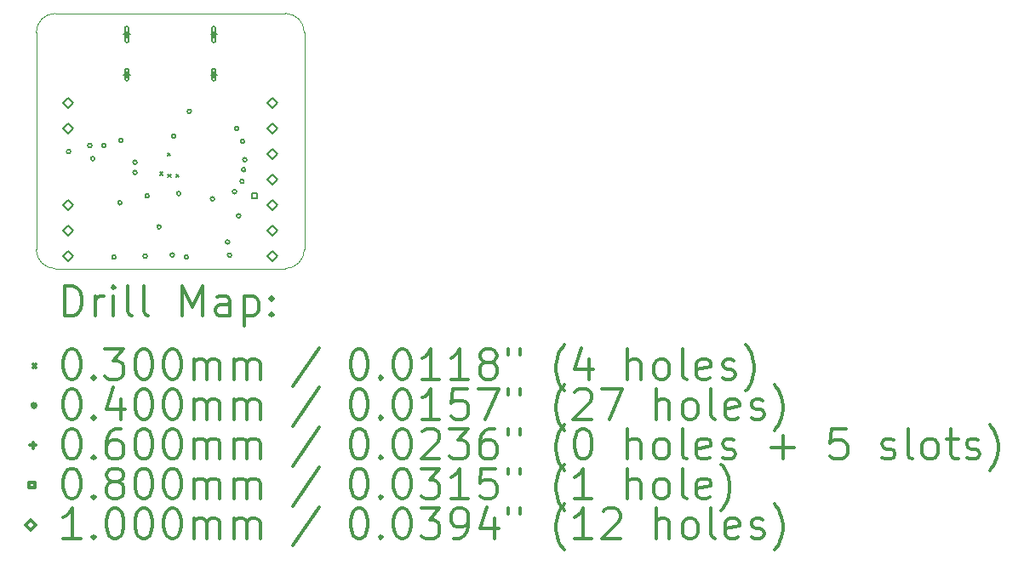
<source format=gbr>
%FSLAX45Y45*%
G04 Gerber Fmt 4.5, Leading zero omitted, Abs format (unit mm)*
G04 Created by KiCad (PCBNEW (5.1.10)-1) date 2021-12-10 13:26:10*
%MOMM*%
%LPD*%
G01*
G04 APERTURE LIST*
%TA.AperFunction,Profile*%
%ADD10C,0.050000*%
%TD*%
%TA.AperFunction,Profile*%
%ADD11C,0.120000*%
%TD*%
%ADD12C,0.200000*%
%ADD13C,0.300000*%
G04 APERTURE END LIST*
D10*
X7937500Y-11874500D02*
X7937500Y-9715500D01*
X10604500Y-9715500D02*
X10604500Y-11874500D01*
X10414000Y-9525000D02*
G75*
G02*
X10604500Y-9715500I0J-190500D01*
G01*
X7937500Y-9715500D02*
G75*
G02*
X8128000Y-9525000I190500J0D01*
G01*
X8128000Y-12065000D02*
G75*
G02*
X7937500Y-11874500I0J190500D01*
G01*
D11*
X10604500Y-11874500D02*
G75*
G02*
X10414000Y-12065000I-190500J0D01*
G01*
D10*
X10414000Y-12065000D02*
X8128000Y-12065000D01*
X8128000Y-9525000D02*
X10414000Y-9525000D01*
D12*
X9168078Y-11103022D02*
X9198078Y-11133022D01*
X9198078Y-11103022D02*
X9168078Y-11133022D01*
X9243379Y-10912876D02*
X9273379Y-10942876D01*
X9273379Y-10912876D02*
X9243379Y-10942876D01*
X9245000Y-11125000D02*
X9275000Y-11155000D01*
X9275000Y-11125000D02*
X9245000Y-11155000D01*
X9326163Y-11125156D02*
X9356163Y-11155156D01*
X9356163Y-11125156D02*
X9326163Y-11155156D01*
X8280000Y-10900000D02*
G75*
G03*
X8280000Y-10900000I-20000J0D01*
G01*
X8490000Y-10840000D02*
G75*
G03*
X8490000Y-10840000I-20000J0D01*
G01*
X8520000Y-10970000D02*
G75*
G03*
X8520000Y-10970000I-20000J0D01*
G01*
X8630000Y-10840000D02*
G75*
G03*
X8630000Y-10840000I-20000J0D01*
G01*
X8730000Y-11950000D02*
G75*
G03*
X8730000Y-11950000I-20000J0D01*
G01*
X8790000Y-11410000D02*
G75*
G03*
X8790000Y-11410000I-20000J0D01*
G01*
X8800000Y-10790000D02*
G75*
G03*
X8800000Y-10790000I-20000J0D01*
G01*
X8939791Y-11107249D02*
G75*
G03*
X8939791Y-11107249I-20000J0D01*
G01*
X8940031Y-11007249D02*
G75*
G03*
X8940031Y-11007249I-20000J0D01*
G01*
X9040000Y-11940000D02*
G75*
G03*
X9040000Y-11940000I-20000J0D01*
G01*
X9060000Y-11340000D02*
G75*
G03*
X9060000Y-11340000I-20000J0D01*
G01*
X9180000Y-11650000D02*
G75*
G03*
X9180000Y-11650000I-20000J0D01*
G01*
X9310000Y-11930000D02*
G75*
G03*
X9310000Y-11930000I-20000J0D01*
G01*
X9323984Y-10748661D02*
G75*
G03*
X9323984Y-10748661I-20000J0D01*
G01*
X9374543Y-11317599D02*
G75*
G03*
X9374543Y-11317599I-20000J0D01*
G01*
X9450000Y-11950000D02*
G75*
G03*
X9450000Y-11950000I-20000J0D01*
G01*
X9480000Y-10500000D02*
G75*
G03*
X9480000Y-10500000I-20000J0D01*
G01*
X9710000Y-11370000D02*
G75*
G03*
X9710000Y-11370000I-20000J0D01*
G01*
X9860000Y-11800000D02*
G75*
G03*
X9860000Y-11800000I-20000J0D01*
G01*
X9880945Y-11930945D02*
G75*
G03*
X9880945Y-11930945I-20000J0D01*
G01*
X9929999Y-11300000D02*
G75*
G03*
X9929999Y-11300000I-20000J0D01*
G01*
X9950000Y-10670000D02*
G75*
G03*
X9950000Y-10670000I-20000J0D01*
G01*
X9970000Y-11540000D02*
G75*
G03*
X9970000Y-11540000I-20000J0D01*
G01*
X10004484Y-11196132D02*
G75*
G03*
X10004484Y-11196132I-20000J0D01*
G01*
X10010000Y-10800000D02*
G75*
G03*
X10010000Y-10800000I-20000J0D01*
G01*
X10020000Y-11080000D02*
G75*
G03*
X10020000Y-11080000I-20000J0D01*
G01*
X10032261Y-10980753D02*
G75*
G03*
X10032261Y-10980753I-20000J0D01*
G01*
X8839000Y-9705000D02*
X8839000Y-9765000D01*
X8809000Y-9735000D02*
X8869000Y-9735000D01*
X8859000Y-9795000D02*
X8859000Y-9675000D01*
X8819000Y-9795000D02*
X8819000Y-9675000D01*
X8859000Y-9675000D02*
G75*
G03*
X8819000Y-9675000I-20000J0D01*
G01*
X8819000Y-9795000D02*
G75*
G03*
X8859000Y-9795000I20000J0D01*
G01*
X8839000Y-10105000D02*
X8839000Y-10165000D01*
X8809000Y-10135000D02*
X8869000Y-10135000D01*
X8859000Y-10175000D02*
X8859000Y-10095000D01*
X8819000Y-10175000D02*
X8819000Y-10095000D01*
X8859000Y-10095000D02*
G75*
G03*
X8819000Y-10095000I-20000J0D01*
G01*
X8819000Y-10175000D02*
G75*
G03*
X8859000Y-10175000I20000J0D01*
G01*
X8839000Y-10105000D02*
X8839000Y-10165000D01*
X8809000Y-10135000D02*
X8869000Y-10135000D01*
X8859000Y-10175000D02*
X8859000Y-10095000D01*
X8819000Y-10175000D02*
X8819000Y-10095000D01*
X8859000Y-10095000D02*
G75*
G03*
X8819000Y-10095000I-20000J0D01*
G01*
X8819000Y-10175000D02*
G75*
G03*
X8859000Y-10175000I20000J0D01*
G01*
X9703000Y-9705000D02*
X9703000Y-9765000D01*
X9673000Y-9735000D02*
X9733000Y-9735000D01*
X9723000Y-9795000D02*
X9723000Y-9675000D01*
X9683000Y-9795000D02*
X9683000Y-9675000D01*
X9723000Y-9675000D02*
G75*
G03*
X9683000Y-9675000I-20000J0D01*
G01*
X9683000Y-9795000D02*
G75*
G03*
X9723000Y-9795000I20000J0D01*
G01*
X9703000Y-10105000D02*
X9703000Y-10165000D01*
X9673000Y-10135000D02*
X9733000Y-10135000D01*
X9723000Y-10175000D02*
X9723000Y-10095000D01*
X9683000Y-10175000D02*
X9683000Y-10095000D01*
X9723000Y-10095000D02*
G75*
G03*
X9683000Y-10095000I-20000J0D01*
G01*
X9683000Y-10175000D02*
G75*
G03*
X9723000Y-10175000I20000J0D01*
G01*
X10138285Y-11368284D02*
X10138285Y-11311715D01*
X10081716Y-11311715D01*
X10081716Y-11368284D01*
X10138285Y-11368284D01*
X8255000Y-10464000D02*
X8305000Y-10414000D01*
X8255000Y-10364000D01*
X8205000Y-10414000D01*
X8255000Y-10464000D01*
X8255000Y-10718000D02*
X8305000Y-10668000D01*
X8255000Y-10618000D01*
X8205000Y-10668000D01*
X8255000Y-10718000D01*
X8255000Y-11480000D02*
X8305000Y-11430000D01*
X8255000Y-11380000D01*
X8205000Y-11430000D01*
X8255000Y-11480000D01*
X8255000Y-11734000D02*
X8305000Y-11684000D01*
X8255000Y-11634000D01*
X8205000Y-11684000D01*
X8255000Y-11734000D01*
X8255000Y-11988000D02*
X8305000Y-11938000D01*
X8255000Y-11888000D01*
X8205000Y-11938000D01*
X8255000Y-11988000D01*
X10287000Y-10464000D02*
X10337000Y-10414000D01*
X10287000Y-10364000D01*
X10237000Y-10414000D01*
X10287000Y-10464000D01*
X10287000Y-10718000D02*
X10337000Y-10668000D01*
X10287000Y-10618000D01*
X10237000Y-10668000D01*
X10287000Y-10718000D01*
X10287000Y-10972000D02*
X10337000Y-10922000D01*
X10287000Y-10872000D01*
X10237000Y-10922000D01*
X10287000Y-10972000D01*
X10287000Y-11226000D02*
X10337000Y-11176000D01*
X10287000Y-11126000D01*
X10237000Y-11176000D01*
X10287000Y-11226000D01*
X10287000Y-11480000D02*
X10337000Y-11430000D01*
X10287000Y-11380000D01*
X10237000Y-11430000D01*
X10287000Y-11480000D01*
X10287000Y-11734000D02*
X10337000Y-11684000D01*
X10287000Y-11634000D01*
X10237000Y-11684000D01*
X10287000Y-11734000D01*
X10287000Y-11988000D02*
X10337000Y-11938000D01*
X10287000Y-11888000D01*
X10237000Y-11938000D01*
X10287000Y-11988000D01*
D13*
X8221428Y-12536714D02*
X8221428Y-12236714D01*
X8292857Y-12236714D01*
X8335714Y-12251000D01*
X8364286Y-12279571D01*
X8378571Y-12308143D01*
X8392857Y-12365286D01*
X8392857Y-12408143D01*
X8378571Y-12465286D01*
X8364286Y-12493857D01*
X8335714Y-12522429D01*
X8292857Y-12536714D01*
X8221428Y-12536714D01*
X8521428Y-12536714D02*
X8521428Y-12336714D01*
X8521428Y-12393857D02*
X8535714Y-12365286D01*
X8550000Y-12351000D01*
X8578571Y-12336714D01*
X8607143Y-12336714D01*
X8707143Y-12536714D02*
X8707143Y-12336714D01*
X8707143Y-12236714D02*
X8692857Y-12251000D01*
X8707143Y-12265286D01*
X8721428Y-12251000D01*
X8707143Y-12236714D01*
X8707143Y-12265286D01*
X8892857Y-12536714D02*
X8864286Y-12522429D01*
X8850000Y-12493857D01*
X8850000Y-12236714D01*
X9050000Y-12536714D02*
X9021428Y-12522429D01*
X9007143Y-12493857D01*
X9007143Y-12236714D01*
X9392857Y-12536714D02*
X9392857Y-12236714D01*
X9492857Y-12451000D01*
X9592857Y-12236714D01*
X9592857Y-12536714D01*
X9864286Y-12536714D02*
X9864286Y-12379571D01*
X9850000Y-12351000D01*
X9821428Y-12336714D01*
X9764286Y-12336714D01*
X9735714Y-12351000D01*
X9864286Y-12522429D02*
X9835714Y-12536714D01*
X9764286Y-12536714D01*
X9735714Y-12522429D01*
X9721428Y-12493857D01*
X9721428Y-12465286D01*
X9735714Y-12436714D01*
X9764286Y-12422429D01*
X9835714Y-12422429D01*
X9864286Y-12408143D01*
X10007143Y-12336714D02*
X10007143Y-12636714D01*
X10007143Y-12351000D02*
X10035714Y-12336714D01*
X10092857Y-12336714D01*
X10121428Y-12351000D01*
X10135714Y-12365286D01*
X10150000Y-12393857D01*
X10150000Y-12479571D01*
X10135714Y-12508143D01*
X10121428Y-12522429D01*
X10092857Y-12536714D01*
X10035714Y-12536714D01*
X10007143Y-12522429D01*
X10278571Y-12508143D02*
X10292857Y-12522429D01*
X10278571Y-12536714D01*
X10264286Y-12522429D01*
X10278571Y-12508143D01*
X10278571Y-12536714D01*
X10278571Y-12351000D02*
X10292857Y-12365286D01*
X10278571Y-12379571D01*
X10264286Y-12365286D01*
X10278571Y-12351000D01*
X10278571Y-12379571D01*
X7905000Y-13016000D02*
X7935000Y-13046000D01*
X7935000Y-13016000D02*
X7905000Y-13046000D01*
X8278571Y-12866714D02*
X8307143Y-12866714D01*
X8335714Y-12881000D01*
X8350000Y-12895286D01*
X8364286Y-12923857D01*
X8378571Y-12981000D01*
X8378571Y-13052429D01*
X8364286Y-13109571D01*
X8350000Y-13138143D01*
X8335714Y-13152429D01*
X8307143Y-13166714D01*
X8278571Y-13166714D01*
X8250000Y-13152429D01*
X8235714Y-13138143D01*
X8221428Y-13109571D01*
X8207143Y-13052429D01*
X8207143Y-12981000D01*
X8221428Y-12923857D01*
X8235714Y-12895286D01*
X8250000Y-12881000D01*
X8278571Y-12866714D01*
X8507143Y-13138143D02*
X8521428Y-13152429D01*
X8507143Y-13166714D01*
X8492857Y-13152429D01*
X8507143Y-13138143D01*
X8507143Y-13166714D01*
X8621428Y-12866714D02*
X8807143Y-12866714D01*
X8707143Y-12981000D01*
X8750000Y-12981000D01*
X8778571Y-12995286D01*
X8792857Y-13009571D01*
X8807143Y-13038143D01*
X8807143Y-13109571D01*
X8792857Y-13138143D01*
X8778571Y-13152429D01*
X8750000Y-13166714D01*
X8664286Y-13166714D01*
X8635714Y-13152429D01*
X8621428Y-13138143D01*
X8992857Y-12866714D02*
X9021428Y-12866714D01*
X9050000Y-12881000D01*
X9064286Y-12895286D01*
X9078571Y-12923857D01*
X9092857Y-12981000D01*
X9092857Y-13052429D01*
X9078571Y-13109571D01*
X9064286Y-13138143D01*
X9050000Y-13152429D01*
X9021428Y-13166714D01*
X8992857Y-13166714D01*
X8964286Y-13152429D01*
X8950000Y-13138143D01*
X8935714Y-13109571D01*
X8921428Y-13052429D01*
X8921428Y-12981000D01*
X8935714Y-12923857D01*
X8950000Y-12895286D01*
X8964286Y-12881000D01*
X8992857Y-12866714D01*
X9278571Y-12866714D02*
X9307143Y-12866714D01*
X9335714Y-12881000D01*
X9350000Y-12895286D01*
X9364286Y-12923857D01*
X9378571Y-12981000D01*
X9378571Y-13052429D01*
X9364286Y-13109571D01*
X9350000Y-13138143D01*
X9335714Y-13152429D01*
X9307143Y-13166714D01*
X9278571Y-13166714D01*
X9250000Y-13152429D01*
X9235714Y-13138143D01*
X9221428Y-13109571D01*
X9207143Y-13052429D01*
X9207143Y-12981000D01*
X9221428Y-12923857D01*
X9235714Y-12895286D01*
X9250000Y-12881000D01*
X9278571Y-12866714D01*
X9507143Y-13166714D02*
X9507143Y-12966714D01*
X9507143Y-12995286D02*
X9521428Y-12981000D01*
X9550000Y-12966714D01*
X9592857Y-12966714D01*
X9621428Y-12981000D01*
X9635714Y-13009571D01*
X9635714Y-13166714D01*
X9635714Y-13009571D02*
X9650000Y-12981000D01*
X9678571Y-12966714D01*
X9721428Y-12966714D01*
X9750000Y-12981000D01*
X9764286Y-13009571D01*
X9764286Y-13166714D01*
X9907143Y-13166714D02*
X9907143Y-12966714D01*
X9907143Y-12995286D02*
X9921428Y-12981000D01*
X9950000Y-12966714D01*
X9992857Y-12966714D01*
X10021428Y-12981000D01*
X10035714Y-13009571D01*
X10035714Y-13166714D01*
X10035714Y-13009571D02*
X10050000Y-12981000D01*
X10078571Y-12966714D01*
X10121428Y-12966714D01*
X10150000Y-12981000D01*
X10164286Y-13009571D01*
X10164286Y-13166714D01*
X10750000Y-12852429D02*
X10492857Y-13238143D01*
X11135714Y-12866714D02*
X11164286Y-12866714D01*
X11192857Y-12881000D01*
X11207143Y-12895286D01*
X11221428Y-12923857D01*
X11235714Y-12981000D01*
X11235714Y-13052429D01*
X11221428Y-13109571D01*
X11207143Y-13138143D01*
X11192857Y-13152429D01*
X11164286Y-13166714D01*
X11135714Y-13166714D01*
X11107143Y-13152429D01*
X11092857Y-13138143D01*
X11078571Y-13109571D01*
X11064286Y-13052429D01*
X11064286Y-12981000D01*
X11078571Y-12923857D01*
X11092857Y-12895286D01*
X11107143Y-12881000D01*
X11135714Y-12866714D01*
X11364286Y-13138143D02*
X11378571Y-13152429D01*
X11364286Y-13166714D01*
X11350000Y-13152429D01*
X11364286Y-13138143D01*
X11364286Y-13166714D01*
X11564286Y-12866714D02*
X11592857Y-12866714D01*
X11621428Y-12881000D01*
X11635714Y-12895286D01*
X11650000Y-12923857D01*
X11664286Y-12981000D01*
X11664286Y-13052429D01*
X11650000Y-13109571D01*
X11635714Y-13138143D01*
X11621428Y-13152429D01*
X11592857Y-13166714D01*
X11564286Y-13166714D01*
X11535714Y-13152429D01*
X11521428Y-13138143D01*
X11507143Y-13109571D01*
X11492857Y-13052429D01*
X11492857Y-12981000D01*
X11507143Y-12923857D01*
X11521428Y-12895286D01*
X11535714Y-12881000D01*
X11564286Y-12866714D01*
X11950000Y-13166714D02*
X11778571Y-13166714D01*
X11864286Y-13166714D02*
X11864286Y-12866714D01*
X11835714Y-12909571D01*
X11807143Y-12938143D01*
X11778571Y-12952429D01*
X12235714Y-13166714D02*
X12064286Y-13166714D01*
X12150000Y-13166714D02*
X12150000Y-12866714D01*
X12121428Y-12909571D01*
X12092857Y-12938143D01*
X12064286Y-12952429D01*
X12407143Y-12995286D02*
X12378571Y-12981000D01*
X12364286Y-12966714D01*
X12350000Y-12938143D01*
X12350000Y-12923857D01*
X12364286Y-12895286D01*
X12378571Y-12881000D01*
X12407143Y-12866714D01*
X12464286Y-12866714D01*
X12492857Y-12881000D01*
X12507143Y-12895286D01*
X12521428Y-12923857D01*
X12521428Y-12938143D01*
X12507143Y-12966714D01*
X12492857Y-12981000D01*
X12464286Y-12995286D01*
X12407143Y-12995286D01*
X12378571Y-13009571D01*
X12364286Y-13023857D01*
X12350000Y-13052429D01*
X12350000Y-13109571D01*
X12364286Y-13138143D01*
X12378571Y-13152429D01*
X12407143Y-13166714D01*
X12464286Y-13166714D01*
X12492857Y-13152429D01*
X12507143Y-13138143D01*
X12521428Y-13109571D01*
X12521428Y-13052429D01*
X12507143Y-13023857D01*
X12492857Y-13009571D01*
X12464286Y-12995286D01*
X12635714Y-12866714D02*
X12635714Y-12923857D01*
X12750000Y-12866714D02*
X12750000Y-12923857D01*
X13192857Y-13281000D02*
X13178571Y-13266714D01*
X13150000Y-13223857D01*
X13135714Y-13195286D01*
X13121428Y-13152429D01*
X13107143Y-13081000D01*
X13107143Y-13023857D01*
X13121428Y-12952429D01*
X13135714Y-12909571D01*
X13150000Y-12881000D01*
X13178571Y-12838143D01*
X13192857Y-12823857D01*
X13435714Y-12966714D02*
X13435714Y-13166714D01*
X13364286Y-12852429D02*
X13292857Y-13066714D01*
X13478571Y-13066714D01*
X13821428Y-13166714D02*
X13821428Y-12866714D01*
X13950000Y-13166714D02*
X13950000Y-13009571D01*
X13935714Y-12981000D01*
X13907143Y-12966714D01*
X13864286Y-12966714D01*
X13835714Y-12981000D01*
X13821428Y-12995286D01*
X14135714Y-13166714D02*
X14107143Y-13152429D01*
X14092857Y-13138143D01*
X14078571Y-13109571D01*
X14078571Y-13023857D01*
X14092857Y-12995286D01*
X14107143Y-12981000D01*
X14135714Y-12966714D01*
X14178571Y-12966714D01*
X14207143Y-12981000D01*
X14221428Y-12995286D01*
X14235714Y-13023857D01*
X14235714Y-13109571D01*
X14221428Y-13138143D01*
X14207143Y-13152429D01*
X14178571Y-13166714D01*
X14135714Y-13166714D01*
X14407143Y-13166714D02*
X14378571Y-13152429D01*
X14364286Y-13123857D01*
X14364286Y-12866714D01*
X14635714Y-13152429D02*
X14607143Y-13166714D01*
X14550000Y-13166714D01*
X14521428Y-13152429D01*
X14507143Y-13123857D01*
X14507143Y-13009571D01*
X14521428Y-12981000D01*
X14550000Y-12966714D01*
X14607143Y-12966714D01*
X14635714Y-12981000D01*
X14650000Y-13009571D01*
X14650000Y-13038143D01*
X14507143Y-13066714D01*
X14764286Y-13152429D02*
X14792857Y-13166714D01*
X14850000Y-13166714D01*
X14878571Y-13152429D01*
X14892857Y-13123857D01*
X14892857Y-13109571D01*
X14878571Y-13081000D01*
X14850000Y-13066714D01*
X14807143Y-13066714D01*
X14778571Y-13052429D01*
X14764286Y-13023857D01*
X14764286Y-13009571D01*
X14778571Y-12981000D01*
X14807143Y-12966714D01*
X14850000Y-12966714D01*
X14878571Y-12981000D01*
X14992857Y-13281000D02*
X15007143Y-13266714D01*
X15035714Y-13223857D01*
X15050000Y-13195286D01*
X15064286Y-13152429D01*
X15078571Y-13081000D01*
X15078571Y-13023857D01*
X15064286Y-12952429D01*
X15050000Y-12909571D01*
X15035714Y-12881000D01*
X15007143Y-12838143D01*
X14992857Y-12823857D01*
X7935000Y-13427000D02*
G75*
G03*
X7935000Y-13427000I-20000J0D01*
G01*
X8278571Y-13262714D02*
X8307143Y-13262714D01*
X8335714Y-13277000D01*
X8350000Y-13291286D01*
X8364286Y-13319857D01*
X8378571Y-13377000D01*
X8378571Y-13448429D01*
X8364286Y-13505571D01*
X8350000Y-13534143D01*
X8335714Y-13548429D01*
X8307143Y-13562714D01*
X8278571Y-13562714D01*
X8250000Y-13548429D01*
X8235714Y-13534143D01*
X8221428Y-13505571D01*
X8207143Y-13448429D01*
X8207143Y-13377000D01*
X8221428Y-13319857D01*
X8235714Y-13291286D01*
X8250000Y-13277000D01*
X8278571Y-13262714D01*
X8507143Y-13534143D02*
X8521428Y-13548429D01*
X8507143Y-13562714D01*
X8492857Y-13548429D01*
X8507143Y-13534143D01*
X8507143Y-13562714D01*
X8778571Y-13362714D02*
X8778571Y-13562714D01*
X8707143Y-13248429D02*
X8635714Y-13462714D01*
X8821428Y-13462714D01*
X8992857Y-13262714D02*
X9021428Y-13262714D01*
X9050000Y-13277000D01*
X9064286Y-13291286D01*
X9078571Y-13319857D01*
X9092857Y-13377000D01*
X9092857Y-13448429D01*
X9078571Y-13505571D01*
X9064286Y-13534143D01*
X9050000Y-13548429D01*
X9021428Y-13562714D01*
X8992857Y-13562714D01*
X8964286Y-13548429D01*
X8950000Y-13534143D01*
X8935714Y-13505571D01*
X8921428Y-13448429D01*
X8921428Y-13377000D01*
X8935714Y-13319857D01*
X8950000Y-13291286D01*
X8964286Y-13277000D01*
X8992857Y-13262714D01*
X9278571Y-13262714D02*
X9307143Y-13262714D01*
X9335714Y-13277000D01*
X9350000Y-13291286D01*
X9364286Y-13319857D01*
X9378571Y-13377000D01*
X9378571Y-13448429D01*
X9364286Y-13505571D01*
X9350000Y-13534143D01*
X9335714Y-13548429D01*
X9307143Y-13562714D01*
X9278571Y-13562714D01*
X9250000Y-13548429D01*
X9235714Y-13534143D01*
X9221428Y-13505571D01*
X9207143Y-13448429D01*
X9207143Y-13377000D01*
X9221428Y-13319857D01*
X9235714Y-13291286D01*
X9250000Y-13277000D01*
X9278571Y-13262714D01*
X9507143Y-13562714D02*
X9507143Y-13362714D01*
X9507143Y-13391286D02*
X9521428Y-13377000D01*
X9550000Y-13362714D01*
X9592857Y-13362714D01*
X9621428Y-13377000D01*
X9635714Y-13405571D01*
X9635714Y-13562714D01*
X9635714Y-13405571D02*
X9650000Y-13377000D01*
X9678571Y-13362714D01*
X9721428Y-13362714D01*
X9750000Y-13377000D01*
X9764286Y-13405571D01*
X9764286Y-13562714D01*
X9907143Y-13562714D02*
X9907143Y-13362714D01*
X9907143Y-13391286D02*
X9921428Y-13377000D01*
X9950000Y-13362714D01*
X9992857Y-13362714D01*
X10021428Y-13377000D01*
X10035714Y-13405571D01*
X10035714Y-13562714D01*
X10035714Y-13405571D02*
X10050000Y-13377000D01*
X10078571Y-13362714D01*
X10121428Y-13362714D01*
X10150000Y-13377000D01*
X10164286Y-13405571D01*
X10164286Y-13562714D01*
X10750000Y-13248429D02*
X10492857Y-13634143D01*
X11135714Y-13262714D02*
X11164286Y-13262714D01*
X11192857Y-13277000D01*
X11207143Y-13291286D01*
X11221428Y-13319857D01*
X11235714Y-13377000D01*
X11235714Y-13448429D01*
X11221428Y-13505571D01*
X11207143Y-13534143D01*
X11192857Y-13548429D01*
X11164286Y-13562714D01*
X11135714Y-13562714D01*
X11107143Y-13548429D01*
X11092857Y-13534143D01*
X11078571Y-13505571D01*
X11064286Y-13448429D01*
X11064286Y-13377000D01*
X11078571Y-13319857D01*
X11092857Y-13291286D01*
X11107143Y-13277000D01*
X11135714Y-13262714D01*
X11364286Y-13534143D02*
X11378571Y-13548429D01*
X11364286Y-13562714D01*
X11350000Y-13548429D01*
X11364286Y-13534143D01*
X11364286Y-13562714D01*
X11564286Y-13262714D02*
X11592857Y-13262714D01*
X11621428Y-13277000D01*
X11635714Y-13291286D01*
X11650000Y-13319857D01*
X11664286Y-13377000D01*
X11664286Y-13448429D01*
X11650000Y-13505571D01*
X11635714Y-13534143D01*
X11621428Y-13548429D01*
X11592857Y-13562714D01*
X11564286Y-13562714D01*
X11535714Y-13548429D01*
X11521428Y-13534143D01*
X11507143Y-13505571D01*
X11492857Y-13448429D01*
X11492857Y-13377000D01*
X11507143Y-13319857D01*
X11521428Y-13291286D01*
X11535714Y-13277000D01*
X11564286Y-13262714D01*
X11950000Y-13562714D02*
X11778571Y-13562714D01*
X11864286Y-13562714D02*
X11864286Y-13262714D01*
X11835714Y-13305571D01*
X11807143Y-13334143D01*
X11778571Y-13348429D01*
X12221428Y-13262714D02*
X12078571Y-13262714D01*
X12064286Y-13405571D01*
X12078571Y-13391286D01*
X12107143Y-13377000D01*
X12178571Y-13377000D01*
X12207143Y-13391286D01*
X12221428Y-13405571D01*
X12235714Y-13434143D01*
X12235714Y-13505571D01*
X12221428Y-13534143D01*
X12207143Y-13548429D01*
X12178571Y-13562714D01*
X12107143Y-13562714D01*
X12078571Y-13548429D01*
X12064286Y-13534143D01*
X12335714Y-13262714D02*
X12535714Y-13262714D01*
X12407143Y-13562714D01*
X12635714Y-13262714D02*
X12635714Y-13319857D01*
X12750000Y-13262714D02*
X12750000Y-13319857D01*
X13192857Y-13677000D02*
X13178571Y-13662714D01*
X13150000Y-13619857D01*
X13135714Y-13591286D01*
X13121428Y-13548429D01*
X13107143Y-13477000D01*
X13107143Y-13419857D01*
X13121428Y-13348429D01*
X13135714Y-13305571D01*
X13150000Y-13277000D01*
X13178571Y-13234143D01*
X13192857Y-13219857D01*
X13292857Y-13291286D02*
X13307143Y-13277000D01*
X13335714Y-13262714D01*
X13407143Y-13262714D01*
X13435714Y-13277000D01*
X13450000Y-13291286D01*
X13464286Y-13319857D01*
X13464286Y-13348429D01*
X13450000Y-13391286D01*
X13278571Y-13562714D01*
X13464286Y-13562714D01*
X13564286Y-13262714D02*
X13764286Y-13262714D01*
X13635714Y-13562714D01*
X14107143Y-13562714D02*
X14107143Y-13262714D01*
X14235714Y-13562714D02*
X14235714Y-13405571D01*
X14221428Y-13377000D01*
X14192857Y-13362714D01*
X14150000Y-13362714D01*
X14121428Y-13377000D01*
X14107143Y-13391286D01*
X14421428Y-13562714D02*
X14392857Y-13548429D01*
X14378571Y-13534143D01*
X14364286Y-13505571D01*
X14364286Y-13419857D01*
X14378571Y-13391286D01*
X14392857Y-13377000D01*
X14421428Y-13362714D01*
X14464286Y-13362714D01*
X14492857Y-13377000D01*
X14507143Y-13391286D01*
X14521428Y-13419857D01*
X14521428Y-13505571D01*
X14507143Y-13534143D01*
X14492857Y-13548429D01*
X14464286Y-13562714D01*
X14421428Y-13562714D01*
X14692857Y-13562714D02*
X14664286Y-13548429D01*
X14650000Y-13519857D01*
X14650000Y-13262714D01*
X14921428Y-13548429D02*
X14892857Y-13562714D01*
X14835714Y-13562714D01*
X14807143Y-13548429D01*
X14792857Y-13519857D01*
X14792857Y-13405571D01*
X14807143Y-13377000D01*
X14835714Y-13362714D01*
X14892857Y-13362714D01*
X14921428Y-13377000D01*
X14935714Y-13405571D01*
X14935714Y-13434143D01*
X14792857Y-13462714D01*
X15050000Y-13548429D02*
X15078571Y-13562714D01*
X15135714Y-13562714D01*
X15164286Y-13548429D01*
X15178571Y-13519857D01*
X15178571Y-13505571D01*
X15164286Y-13477000D01*
X15135714Y-13462714D01*
X15092857Y-13462714D01*
X15064286Y-13448429D01*
X15050000Y-13419857D01*
X15050000Y-13405571D01*
X15064286Y-13377000D01*
X15092857Y-13362714D01*
X15135714Y-13362714D01*
X15164286Y-13377000D01*
X15278571Y-13677000D02*
X15292857Y-13662714D01*
X15321428Y-13619857D01*
X15335714Y-13591286D01*
X15350000Y-13548429D01*
X15364286Y-13477000D01*
X15364286Y-13419857D01*
X15350000Y-13348429D01*
X15335714Y-13305571D01*
X15321428Y-13277000D01*
X15292857Y-13234143D01*
X15278571Y-13219857D01*
X7905000Y-13793000D02*
X7905000Y-13853000D01*
X7875000Y-13823000D02*
X7935000Y-13823000D01*
X8278571Y-13658714D02*
X8307143Y-13658714D01*
X8335714Y-13673000D01*
X8350000Y-13687286D01*
X8364286Y-13715857D01*
X8378571Y-13773000D01*
X8378571Y-13844429D01*
X8364286Y-13901571D01*
X8350000Y-13930143D01*
X8335714Y-13944429D01*
X8307143Y-13958714D01*
X8278571Y-13958714D01*
X8250000Y-13944429D01*
X8235714Y-13930143D01*
X8221428Y-13901571D01*
X8207143Y-13844429D01*
X8207143Y-13773000D01*
X8221428Y-13715857D01*
X8235714Y-13687286D01*
X8250000Y-13673000D01*
X8278571Y-13658714D01*
X8507143Y-13930143D02*
X8521428Y-13944429D01*
X8507143Y-13958714D01*
X8492857Y-13944429D01*
X8507143Y-13930143D01*
X8507143Y-13958714D01*
X8778571Y-13658714D02*
X8721428Y-13658714D01*
X8692857Y-13673000D01*
X8678571Y-13687286D01*
X8650000Y-13730143D01*
X8635714Y-13787286D01*
X8635714Y-13901571D01*
X8650000Y-13930143D01*
X8664286Y-13944429D01*
X8692857Y-13958714D01*
X8750000Y-13958714D01*
X8778571Y-13944429D01*
X8792857Y-13930143D01*
X8807143Y-13901571D01*
X8807143Y-13830143D01*
X8792857Y-13801571D01*
X8778571Y-13787286D01*
X8750000Y-13773000D01*
X8692857Y-13773000D01*
X8664286Y-13787286D01*
X8650000Y-13801571D01*
X8635714Y-13830143D01*
X8992857Y-13658714D02*
X9021428Y-13658714D01*
X9050000Y-13673000D01*
X9064286Y-13687286D01*
X9078571Y-13715857D01*
X9092857Y-13773000D01*
X9092857Y-13844429D01*
X9078571Y-13901571D01*
X9064286Y-13930143D01*
X9050000Y-13944429D01*
X9021428Y-13958714D01*
X8992857Y-13958714D01*
X8964286Y-13944429D01*
X8950000Y-13930143D01*
X8935714Y-13901571D01*
X8921428Y-13844429D01*
X8921428Y-13773000D01*
X8935714Y-13715857D01*
X8950000Y-13687286D01*
X8964286Y-13673000D01*
X8992857Y-13658714D01*
X9278571Y-13658714D02*
X9307143Y-13658714D01*
X9335714Y-13673000D01*
X9350000Y-13687286D01*
X9364286Y-13715857D01*
X9378571Y-13773000D01*
X9378571Y-13844429D01*
X9364286Y-13901571D01*
X9350000Y-13930143D01*
X9335714Y-13944429D01*
X9307143Y-13958714D01*
X9278571Y-13958714D01*
X9250000Y-13944429D01*
X9235714Y-13930143D01*
X9221428Y-13901571D01*
X9207143Y-13844429D01*
X9207143Y-13773000D01*
X9221428Y-13715857D01*
X9235714Y-13687286D01*
X9250000Y-13673000D01*
X9278571Y-13658714D01*
X9507143Y-13958714D02*
X9507143Y-13758714D01*
X9507143Y-13787286D02*
X9521428Y-13773000D01*
X9550000Y-13758714D01*
X9592857Y-13758714D01*
X9621428Y-13773000D01*
X9635714Y-13801571D01*
X9635714Y-13958714D01*
X9635714Y-13801571D02*
X9650000Y-13773000D01*
X9678571Y-13758714D01*
X9721428Y-13758714D01*
X9750000Y-13773000D01*
X9764286Y-13801571D01*
X9764286Y-13958714D01*
X9907143Y-13958714D02*
X9907143Y-13758714D01*
X9907143Y-13787286D02*
X9921428Y-13773000D01*
X9950000Y-13758714D01*
X9992857Y-13758714D01*
X10021428Y-13773000D01*
X10035714Y-13801571D01*
X10035714Y-13958714D01*
X10035714Y-13801571D02*
X10050000Y-13773000D01*
X10078571Y-13758714D01*
X10121428Y-13758714D01*
X10150000Y-13773000D01*
X10164286Y-13801571D01*
X10164286Y-13958714D01*
X10750000Y-13644429D02*
X10492857Y-14030143D01*
X11135714Y-13658714D02*
X11164286Y-13658714D01*
X11192857Y-13673000D01*
X11207143Y-13687286D01*
X11221428Y-13715857D01*
X11235714Y-13773000D01*
X11235714Y-13844429D01*
X11221428Y-13901571D01*
X11207143Y-13930143D01*
X11192857Y-13944429D01*
X11164286Y-13958714D01*
X11135714Y-13958714D01*
X11107143Y-13944429D01*
X11092857Y-13930143D01*
X11078571Y-13901571D01*
X11064286Y-13844429D01*
X11064286Y-13773000D01*
X11078571Y-13715857D01*
X11092857Y-13687286D01*
X11107143Y-13673000D01*
X11135714Y-13658714D01*
X11364286Y-13930143D02*
X11378571Y-13944429D01*
X11364286Y-13958714D01*
X11350000Y-13944429D01*
X11364286Y-13930143D01*
X11364286Y-13958714D01*
X11564286Y-13658714D02*
X11592857Y-13658714D01*
X11621428Y-13673000D01*
X11635714Y-13687286D01*
X11650000Y-13715857D01*
X11664286Y-13773000D01*
X11664286Y-13844429D01*
X11650000Y-13901571D01*
X11635714Y-13930143D01*
X11621428Y-13944429D01*
X11592857Y-13958714D01*
X11564286Y-13958714D01*
X11535714Y-13944429D01*
X11521428Y-13930143D01*
X11507143Y-13901571D01*
X11492857Y-13844429D01*
X11492857Y-13773000D01*
X11507143Y-13715857D01*
X11521428Y-13687286D01*
X11535714Y-13673000D01*
X11564286Y-13658714D01*
X11778571Y-13687286D02*
X11792857Y-13673000D01*
X11821428Y-13658714D01*
X11892857Y-13658714D01*
X11921428Y-13673000D01*
X11935714Y-13687286D01*
X11950000Y-13715857D01*
X11950000Y-13744429D01*
X11935714Y-13787286D01*
X11764286Y-13958714D01*
X11950000Y-13958714D01*
X12050000Y-13658714D02*
X12235714Y-13658714D01*
X12135714Y-13773000D01*
X12178571Y-13773000D01*
X12207143Y-13787286D01*
X12221428Y-13801571D01*
X12235714Y-13830143D01*
X12235714Y-13901571D01*
X12221428Y-13930143D01*
X12207143Y-13944429D01*
X12178571Y-13958714D01*
X12092857Y-13958714D01*
X12064286Y-13944429D01*
X12050000Y-13930143D01*
X12492857Y-13658714D02*
X12435714Y-13658714D01*
X12407143Y-13673000D01*
X12392857Y-13687286D01*
X12364286Y-13730143D01*
X12350000Y-13787286D01*
X12350000Y-13901571D01*
X12364286Y-13930143D01*
X12378571Y-13944429D01*
X12407143Y-13958714D01*
X12464286Y-13958714D01*
X12492857Y-13944429D01*
X12507143Y-13930143D01*
X12521428Y-13901571D01*
X12521428Y-13830143D01*
X12507143Y-13801571D01*
X12492857Y-13787286D01*
X12464286Y-13773000D01*
X12407143Y-13773000D01*
X12378571Y-13787286D01*
X12364286Y-13801571D01*
X12350000Y-13830143D01*
X12635714Y-13658714D02*
X12635714Y-13715857D01*
X12750000Y-13658714D02*
X12750000Y-13715857D01*
X13192857Y-14073000D02*
X13178571Y-14058714D01*
X13150000Y-14015857D01*
X13135714Y-13987286D01*
X13121428Y-13944429D01*
X13107143Y-13873000D01*
X13107143Y-13815857D01*
X13121428Y-13744429D01*
X13135714Y-13701571D01*
X13150000Y-13673000D01*
X13178571Y-13630143D01*
X13192857Y-13615857D01*
X13364286Y-13658714D02*
X13392857Y-13658714D01*
X13421428Y-13673000D01*
X13435714Y-13687286D01*
X13450000Y-13715857D01*
X13464286Y-13773000D01*
X13464286Y-13844429D01*
X13450000Y-13901571D01*
X13435714Y-13930143D01*
X13421428Y-13944429D01*
X13392857Y-13958714D01*
X13364286Y-13958714D01*
X13335714Y-13944429D01*
X13321428Y-13930143D01*
X13307143Y-13901571D01*
X13292857Y-13844429D01*
X13292857Y-13773000D01*
X13307143Y-13715857D01*
X13321428Y-13687286D01*
X13335714Y-13673000D01*
X13364286Y-13658714D01*
X13821428Y-13958714D02*
X13821428Y-13658714D01*
X13950000Y-13958714D02*
X13950000Y-13801571D01*
X13935714Y-13773000D01*
X13907143Y-13758714D01*
X13864286Y-13758714D01*
X13835714Y-13773000D01*
X13821428Y-13787286D01*
X14135714Y-13958714D02*
X14107143Y-13944429D01*
X14092857Y-13930143D01*
X14078571Y-13901571D01*
X14078571Y-13815857D01*
X14092857Y-13787286D01*
X14107143Y-13773000D01*
X14135714Y-13758714D01*
X14178571Y-13758714D01*
X14207143Y-13773000D01*
X14221428Y-13787286D01*
X14235714Y-13815857D01*
X14235714Y-13901571D01*
X14221428Y-13930143D01*
X14207143Y-13944429D01*
X14178571Y-13958714D01*
X14135714Y-13958714D01*
X14407143Y-13958714D02*
X14378571Y-13944429D01*
X14364286Y-13915857D01*
X14364286Y-13658714D01*
X14635714Y-13944429D02*
X14607143Y-13958714D01*
X14550000Y-13958714D01*
X14521428Y-13944429D01*
X14507143Y-13915857D01*
X14507143Y-13801571D01*
X14521428Y-13773000D01*
X14550000Y-13758714D01*
X14607143Y-13758714D01*
X14635714Y-13773000D01*
X14650000Y-13801571D01*
X14650000Y-13830143D01*
X14507143Y-13858714D01*
X14764286Y-13944429D02*
X14792857Y-13958714D01*
X14850000Y-13958714D01*
X14878571Y-13944429D01*
X14892857Y-13915857D01*
X14892857Y-13901571D01*
X14878571Y-13873000D01*
X14850000Y-13858714D01*
X14807143Y-13858714D01*
X14778571Y-13844429D01*
X14764286Y-13815857D01*
X14764286Y-13801571D01*
X14778571Y-13773000D01*
X14807143Y-13758714D01*
X14850000Y-13758714D01*
X14878571Y-13773000D01*
X15250000Y-13844429D02*
X15478571Y-13844429D01*
X15364286Y-13958714D02*
X15364286Y-13730143D01*
X15992857Y-13658714D02*
X15850000Y-13658714D01*
X15835714Y-13801571D01*
X15850000Y-13787286D01*
X15878571Y-13773000D01*
X15950000Y-13773000D01*
X15978571Y-13787286D01*
X15992857Y-13801571D01*
X16007143Y-13830143D01*
X16007143Y-13901571D01*
X15992857Y-13930143D01*
X15978571Y-13944429D01*
X15950000Y-13958714D01*
X15878571Y-13958714D01*
X15850000Y-13944429D01*
X15835714Y-13930143D01*
X16350000Y-13944429D02*
X16378571Y-13958714D01*
X16435714Y-13958714D01*
X16464286Y-13944429D01*
X16478571Y-13915857D01*
X16478571Y-13901571D01*
X16464286Y-13873000D01*
X16435714Y-13858714D01*
X16392857Y-13858714D01*
X16364286Y-13844429D01*
X16350000Y-13815857D01*
X16350000Y-13801571D01*
X16364286Y-13773000D01*
X16392857Y-13758714D01*
X16435714Y-13758714D01*
X16464286Y-13773000D01*
X16650000Y-13958714D02*
X16621428Y-13944429D01*
X16607143Y-13915857D01*
X16607143Y-13658714D01*
X16807143Y-13958714D02*
X16778571Y-13944429D01*
X16764286Y-13930143D01*
X16750000Y-13901571D01*
X16750000Y-13815857D01*
X16764286Y-13787286D01*
X16778571Y-13773000D01*
X16807143Y-13758714D01*
X16850000Y-13758714D01*
X16878571Y-13773000D01*
X16892857Y-13787286D01*
X16907143Y-13815857D01*
X16907143Y-13901571D01*
X16892857Y-13930143D01*
X16878571Y-13944429D01*
X16850000Y-13958714D01*
X16807143Y-13958714D01*
X16992857Y-13758714D02*
X17107143Y-13758714D01*
X17035714Y-13658714D02*
X17035714Y-13915857D01*
X17050000Y-13944429D01*
X17078571Y-13958714D01*
X17107143Y-13958714D01*
X17192857Y-13944429D02*
X17221428Y-13958714D01*
X17278571Y-13958714D01*
X17307143Y-13944429D01*
X17321428Y-13915857D01*
X17321428Y-13901571D01*
X17307143Y-13873000D01*
X17278571Y-13858714D01*
X17235714Y-13858714D01*
X17207143Y-13844429D01*
X17192857Y-13815857D01*
X17192857Y-13801571D01*
X17207143Y-13773000D01*
X17235714Y-13758714D01*
X17278571Y-13758714D01*
X17307143Y-13773000D01*
X17421428Y-14073000D02*
X17435714Y-14058714D01*
X17464286Y-14015857D01*
X17478571Y-13987286D01*
X17492857Y-13944429D01*
X17507143Y-13873000D01*
X17507143Y-13815857D01*
X17492857Y-13744429D01*
X17478571Y-13701571D01*
X17464286Y-13673000D01*
X17435714Y-13630143D01*
X17421428Y-13615857D01*
X7923284Y-14247285D02*
X7923284Y-14190716D01*
X7866715Y-14190716D01*
X7866715Y-14247285D01*
X7923284Y-14247285D01*
X8278571Y-14054714D02*
X8307143Y-14054714D01*
X8335714Y-14069000D01*
X8350000Y-14083286D01*
X8364286Y-14111857D01*
X8378571Y-14169000D01*
X8378571Y-14240429D01*
X8364286Y-14297571D01*
X8350000Y-14326143D01*
X8335714Y-14340429D01*
X8307143Y-14354714D01*
X8278571Y-14354714D01*
X8250000Y-14340429D01*
X8235714Y-14326143D01*
X8221428Y-14297571D01*
X8207143Y-14240429D01*
X8207143Y-14169000D01*
X8221428Y-14111857D01*
X8235714Y-14083286D01*
X8250000Y-14069000D01*
X8278571Y-14054714D01*
X8507143Y-14326143D02*
X8521428Y-14340429D01*
X8507143Y-14354714D01*
X8492857Y-14340429D01*
X8507143Y-14326143D01*
X8507143Y-14354714D01*
X8692857Y-14183286D02*
X8664286Y-14169000D01*
X8650000Y-14154714D01*
X8635714Y-14126143D01*
X8635714Y-14111857D01*
X8650000Y-14083286D01*
X8664286Y-14069000D01*
X8692857Y-14054714D01*
X8750000Y-14054714D01*
X8778571Y-14069000D01*
X8792857Y-14083286D01*
X8807143Y-14111857D01*
X8807143Y-14126143D01*
X8792857Y-14154714D01*
X8778571Y-14169000D01*
X8750000Y-14183286D01*
X8692857Y-14183286D01*
X8664286Y-14197571D01*
X8650000Y-14211857D01*
X8635714Y-14240429D01*
X8635714Y-14297571D01*
X8650000Y-14326143D01*
X8664286Y-14340429D01*
X8692857Y-14354714D01*
X8750000Y-14354714D01*
X8778571Y-14340429D01*
X8792857Y-14326143D01*
X8807143Y-14297571D01*
X8807143Y-14240429D01*
X8792857Y-14211857D01*
X8778571Y-14197571D01*
X8750000Y-14183286D01*
X8992857Y-14054714D02*
X9021428Y-14054714D01*
X9050000Y-14069000D01*
X9064286Y-14083286D01*
X9078571Y-14111857D01*
X9092857Y-14169000D01*
X9092857Y-14240429D01*
X9078571Y-14297571D01*
X9064286Y-14326143D01*
X9050000Y-14340429D01*
X9021428Y-14354714D01*
X8992857Y-14354714D01*
X8964286Y-14340429D01*
X8950000Y-14326143D01*
X8935714Y-14297571D01*
X8921428Y-14240429D01*
X8921428Y-14169000D01*
X8935714Y-14111857D01*
X8950000Y-14083286D01*
X8964286Y-14069000D01*
X8992857Y-14054714D01*
X9278571Y-14054714D02*
X9307143Y-14054714D01*
X9335714Y-14069000D01*
X9350000Y-14083286D01*
X9364286Y-14111857D01*
X9378571Y-14169000D01*
X9378571Y-14240429D01*
X9364286Y-14297571D01*
X9350000Y-14326143D01*
X9335714Y-14340429D01*
X9307143Y-14354714D01*
X9278571Y-14354714D01*
X9250000Y-14340429D01*
X9235714Y-14326143D01*
X9221428Y-14297571D01*
X9207143Y-14240429D01*
X9207143Y-14169000D01*
X9221428Y-14111857D01*
X9235714Y-14083286D01*
X9250000Y-14069000D01*
X9278571Y-14054714D01*
X9507143Y-14354714D02*
X9507143Y-14154714D01*
X9507143Y-14183286D02*
X9521428Y-14169000D01*
X9550000Y-14154714D01*
X9592857Y-14154714D01*
X9621428Y-14169000D01*
X9635714Y-14197571D01*
X9635714Y-14354714D01*
X9635714Y-14197571D02*
X9650000Y-14169000D01*
X9678571Y-14154714D01*
X9721428Y-14154714D01*
X9750000Y-14169000D01*
X9764286Y-14197571D01*
X9764286Y-14354714D01*
X9907143Y-14354714D02*
X9907143Y-14154714D01*
X9907143Y-14183286D02*
X9921428Y-14169000D01*
X9950000Y-14154714D01*
X9992857Y-14154714D01*
X10021428Y-14169000D01*
X10035714Y-14197571D01*
X10035714Y-14354714D01*
X10035714Y-14197571D02*
X10050000Y-14169000D01*
X10078571Y-14154714D01*
X10121428Y-14154714D01*
X10150000Y-14169000D01*
X10164286Y-14197571D01*
X10164286Y-14354714D01*
X10750000Y-14040429D02*
X10492857Y-14426143D01*
X11135714Y-14054714D02*
X11164286Y-14054714D01*
X11192857Y-14069000D01*
X11207143Y-14083286D01*
X11221428Y-14111857D01*
X11235714Y-14169000D01*
X11235714Y-14240429D01*
X11221428Y-14297571D01*
X11207143Y-14326143D01*
X11192857Y-14340429D01*
X11164286Y-14354714D01*
X11135714Y-14354714D01*
X11107143Y-14340429D01*
X11092857Y-14326143D01*
X11078571Y-14297571D01*
X11064286Y-14240429D01*
X11064286Y-14169000D01*
X11078571Y-14111857D01*
X11092857Y-14083286D01*
X11107143Y-14069000D01*
X11135714Y-14054714D01*
X11364286Y-14326143D02*
X11378571Y-14340429D01*
X11364286Y-14354714D01*
X11350000Y-14340429D01*
X11364286Y-14326143D01*
X11364286Y-14354714D01*
X11564286Y-14054714D02*
X11592857Y-14054714D01*
X11621428Y-14069000D01*
X11635714Y-14083286D01*
X11650000Y-14111857D01*
X11664286Y-14169000D01*
X11664286Y-14240429D01*
X11650000Y-14297571D01*
X11635714Y-14326143D01*
X11621428Y-14340429D01*
X11592857Y-14354714D01*
X11564286Y-14354714D01*
X11535714Y-14340429D01*
X11521428Y-14326143D01*
X11507143Y-14297571D01*
X11492857Y-14240429D01*
X11492857Y-14169000D01*
X11507143Y-14111857D01*
X11521428Y-14083286D01*
X11535714Y-14069000D01*
X11564286Y-14054714D01*
X11764286Y-14054714D02*
X11950000Y-14054714D01*
X11850000Y-14169000D01*
X11892857Y-14169000D01*
X11921428Y-14183286D01*
X11935714Y-14197571D01*
X11950000Y-14226143D01*
X11950000Y-14297571D01*
X11935714Y-14326143D01*
X11921428Y-14340429D01*
X11892857Y-14354714D01*
X11807143Y-14354714D01*
X11778571Y-14340429D01*
X11764286Y-14326143D01*
X12235714Y-14354714D02*
X12064286Y-14354714D01*
X12150000Y-14354714D02*
X12150000Y-14054714D01*
X12121428Y-14097571D01*
X12092857Y-14126143D01*
X12064286Y-14140429D01*
X12507143Y-14054714D02*
X12364286Y-14054714D01*
X12350000Y-14197571D01*
X12364286Y-14183286D01*
X12392857Y-14169000D01*
X12464286Y-14169000D01*
X12492857Y-14183286D01*
X12507143Y-14197571D01*
X12521428Y-14226143D01*
X12521428Y-14297571D01*
X12507143Y-14326143D01*
X12492857Y-14340429D01*
X12464286Y-14354714D01*
X12392857Y-14354714D01*
X12364286Y-14340429D01*
X12350000Y-14326143D01*
X12635714Y-14054714D02*
X12635714Y-14111857D01*
X12750000Y-14054714D02*
X12750000Y-14111857D01*
X13192857Y-14469000D02*
X13178571Y-14454714D01*
X13150000Y-14411857D01*
X13135714Y-14383286D01*
X13121428Y-14340429D01*
X13107143Y-14269000D01*
X13107143Y-14211857D01*
X13121428Y-14140429D01*
X13135714Y-14097571D01*
X13150000Y-14069000D01*
X13178571Y-14026143D01*
X13192857Y-14011857D01*
X13464286Y-14354714D02*
X13292857Y-14354714D01*
X13378571Y-14354714D02*
X13378571Y-14054714D01*
X13350000Y-14097571D01*
X13321428Y-14126143D01*
X13292857Y-14140429D01*
X13821428Y-14354714D02*
X13821428Y-14054714D01*
X13950000Y-14354714D02*
X13950000Y-14197571D01*
X13935714Y-14169000D01*
X13907143Y-14154714D01*
X13864286Y-14154714D01*
X13835714Y-14169000D01*
X13821428Y-14183286D01*
X14135714Y-14354714D02*
X14107143Y-14340429D01*
X14092857Y-14326143D01*
X14078571Y-14297571D01*
X14078571Y-14211857D01*
X14092857Y-14183286D01*
X14107143Y-14169000D01*
X14135714Y-14154714D01*
X14178571Y-14154714D01*
X14207143Y-14169000D01*
X14221428Y-14183286D01*
X14235714Y-14211857D01*
X14235714Y-14297571D01*
X14221428Y-14326143D01*
X14207143Y-14340429D01*
X14178571Y-14354714D01*
X14135714Y-14354714D01*
X14407143Y-14354714D02*
X14378571Y-14340429D01*
X14364286Y-14311857D01*
X14364286Y-14054714D01*
X14635714Y-14340429D02*
X14607143Y-14354714D01*
X14550000Y-14354714D01*
X14521428Y-14340429D01*
X14507143Y-14311857D01*
X14507143Y-14197571D01*
X14521428Y-14169000D01*
X14550000Y-14154714D01*
X14607143Y-14154714D01*
X14635714Y-14169000D01*
X14650000Y-14197571D01*
X14650000Y-14226143D01*
X14507143Y-14254714D01*
X14750000Y-14469000D02*
X14764286Y-14454714D01*
X14792857Y-14411857D01*
X14807143Y-14383286D01*
X14821428Y-14340429D01*
X14835714Y-14269000D01*
X14835714Y-14211857D01*
X14821428Y-14140429D01*
X14807143Y-14097571D01*
X14792857Y-14069000D01*
X14764286Y-14026143D01*
X14750000Y-14011857D01*
X7885000Y-14665000D02*
X7935000Y-14615000D01*
X7885000Y-14565000D01*
X7835000Y-14615000D01*
X7885000Y-14665000D01*
X8378571Y-14750714D02*
X8207143Y-14750714D01*
X8292857Y-14750714D02*
X8292857Y-14450714D01*
X8264286Y-14493571D01*
X8235714Y-14522143D01*
X8207143Y-14536429D01*
X8507143Y-14722143D02*
X8521428Y-14736429D01*
X8507143Y-14750714D01*
X8492857Y-14736429D01*
X8507143Y-14722143D01*
X8507143Y-14750714D01*
X8707143Y-14450714D02*
X8735714Y-14450714D01*
X8764286Y-14465000D01*
X8778571Y-14479286D01*
X8792857Y-14507857D01*
X8807143Y-14565000D01*
X8807143Y-14636429D01*
X8792857Y-14693571D01*
X8778571Y-14722143D01*
X8764286Y-14736429D01*
X8735714Y-14750714D01*
X8707143Y-14750714D01*
X8678571Y-14736429D01*
X8664286Y-14722143D01*
X8650000Y-14693571D01*
X8635714Y-14636429D01*
X8635714Y-14565000D01*
X8650000Y-14507857D01*
X8664286Y-14479286D01*
X8678571Y-14465000D01*
X8707143Y-14450714D01*
X8992857Y-14450714D02*
X9021428Y-14450714D01*
X9050000Y-14465000D01*
X9064286Y-14479286D01*
X9078571Y-14507857D01*
X9092857Y-14565000D01*
X9092857Y-14636429D01*
X9078571Y-14693571D01*
X9064286Y-14722143D01*
X9050000Y-14736429D01*
X9021428Y-14750714D01*
X8992857Y-14750714D01*
X8964286Y-14736429D01*
X8950000Y-14722143D01*
X8935714Y-14693571D01*
X8921428Y-14636429D01*
X8921428Y-14565000D01*
X8935714Y-14507857D01*
X8950000Y-14479286D01*
X8964286Y-14465000D01*
X8992857Y-14450714D01*
X9278571Y-14450714D02*
X9307143Y-14450714D01*
X9335714Y-14465000D01*
X9350000Y-14479286D01*
X9364286Y-14507857D01*
X9378571Y-14565000D01*
X9378571Y-14636429D01*
X9364286Y-14693571D01*
X9350000Y-14722143D01*
X9335714Y-14736429D01*
X9307143Y-14750714D01*
X9278571Y-14750714D01*
X9250000Y-14736429D01*
X9235714Y-14722143D01*
X9221428Y-14693571D01*
X9207143Y-14636429D01*
X9207143Y-14565000D01*
X9221428Y-14507857D01*
X9235714Y-14479286D01*
X9250000Y-14465000D01*
X9278571Y-14450714D01*
X9507143Y-14750714D02*
X9507143Y-14550714D01*
X9507143Y-14579286D02*
X9521428Y-14565000D01*
X9550000Y-14550714D01*
X9592857Y-14550714D01*
X9621428Y-14565000D01*
X9635714Y-14593571D01*
X9635714Y-14750714D01*
X9635714Y-14593571D02*
X9650000Y-14565000D01*
X9678571Y-14550714D01*
X9721428Y-14550714D01*
X9750000Y-14565000D01*
X9764286Y-14593571D01*
X9764286Y-14750714D01*
X9907143Y-14750714D02*
X9907143Y-14550714D01*
X9907143Y-14579286D02*
X9921428Y-14565000D01*
X9950000Y-14550714D01*
X9992857Y-14550714D01*
X10021428Y-14565000D01*
X10035714Y-14593571D01*
X10035714Y-14750714D01*
X10035714Y-14593571D02*
X10050000Y-14565000D01*
X10078571Y-14550714D01*
X10121428Y-14550714D01*
X10150000Y-14565000D01*
X10164286Y-14593571D01*
X10164286Y-14750714D01*
X10750000Y-14436429D02*
X10492857Y-14822143D01*
X11135714Y-14450714D02*
X11164286Y-14450714D01*
X11192857Y-14465000D01*
X11207143Y-14479286D01*
X11221428Y-14507857D01*
X11235714Y-14565000D01*
X11235714Y-14636429D01*
X11221428Y-14693571D01*
X11207143Y-14722143D01*
X11192857Y-14736429D01*
X11164286Y-14750714D01*
X11135714Y-14750714D01*
X11107143Y-14736429D01*
X11092857Y-14722143D01*
X11078571Y-14693571D01*
X11064286Y-14636429D01*
X11064286Y-14565000D01*
X11078571Y-14507857D01*
X11092857Y-14479286D01*
X11107143Y-14465000D01*
X11135714Y-14450714D01*
X11364286Y-14722143D02*
X11378571Y-14736429D01*
X11364286Y-14750714D01*
X11350000Y-14736429D01*
X11364286Y-14722143D01*
X11364286Y-14750714D01*
X11564286Y-14450714D02*
X11592857Y-14450714D01*
X11621428Y-14465000D01*
X11635714Y-14479286D01*
X11650000Y-14507857D01*
X11664286Y-14565000D01*
X11664286Y-14636429D01*
X11650000Y-14693571D01*
X11635714Y-14722143D01*
X11621428Y-14736429D01*
X11592857Y-14750714D01*
X11564286Y-14750714D01*
X11535714Y-14736429D01*
X11521428Y-14722143D01*
X11507143Y-14693571D01*
X11492857Y-14636429D01*
X11492857Y-14565000D01*
X11507143Y-14507857D01*
X11521428Y-14479286D01*
X11535714Y-14465000D01*
X11564286Y-14450714D01*
X11764286Y-14450714D02*
X11950000Y-14450714D01*
X11850000Y-14565000D01*
X11892857Y-14565000D01*
X11921428Y-14579286D01*
X11935714Y-14593571D01*
X11950000Y-14622143D01*
X11950000Y-14693571D01*
X11935714Y-14722143D01*
X11921428Y-14736429D01*
X11892857Y-14750714D01*
X11807143Y-14750714D01*
X11778571Y-14736429D01*
X11764286Y-14722143D01*
X12092857Y-14750714D02*
X12150000Y-14750714D01*
X12178571Y-14736429D01*
X12192857Y-14722143D01*
X12221428Y-14679286D01*
X12235714Y-14622143D01*
X12235714Y-14507857D01*
X12221428Y-14479286D01*
X12207143Y-14465000D01*
X12178571Y-14450714D01*
X12121428Y-14450714D01*
X12092857Y-14465000D01*
X12078571Y-14479286D01*
X12064286Y-14507857D01*
X12064286Y-14579286D01*
X12078571Y-14607857D01*
X12092857Y-14622143D01*
X12121428Y-14636429D01*
X12178571Y-14636429D01*
X12207143Y-14622143D01*
X12221428Y-14607857D01*
X12235714Y-14579286D01*
X12492857Y-14550714D02*
X12492857Y-14750714D01*
X12421428Y-14436429D02*
X12350000Y-14650714D01*
X12535714Y-14650714D01*
X12635714Y-14450714D02*
X12635714Y-14507857D01*
X12750000Y-14450714D02*
X12750000Y-14507857D01*
X13192857Y-14865000D02*
X13178571Y-14850714D01*
X13150000Y-14807857D01*
X13135714Y-14779286D01*
X13121428Y-14736429D01*
X13107143Y-14665000D01*
X13107143Y-14607857D01*
X13121428Y-14536429D01*
X13135714Y-14493571D01*
X13150000Y-14465000D01*
X13178571Y-14422143D01*
X13192857Y-14407857D01*
X13464286Y-14750714D02*
X13292857Y-14750714D01*
X13378571Y-14750714D02*
X13378571Y-14450714D01*
X13350000Y-14493571D01*
X13321428Y-14522143D01*
X13292857Y-14536429D01*
X13578571Y-14479286D02*
X13592857Y-14465000D01*
X13621428Y-14450714D01*
X13692857Y-14450714D01*
X13721428Y-14465000D01*
X13735714Y-14479286D01*
X13750000Y-14507857D01*
X13750000Y-14536429D01*
X13735714Y-14579286D01*
X13564286Y-14750714D01*
X13750000Y-14750714D01*
X14107143Y-14750714D02*
X14107143Y-14450714D01*
X14235714Y-14750714D02*
X14235714Y-14593571D01*
X14221428Y-14565000D01*
X14192857Y-14550714D01*
X14150000Y-14550714D01*
X14121428Y-14565000D01*
X14107143Y-14579286D01*
X14421428Y-14750714D02*
X14392857Y-14736429D01*
X14378571Y-14722143D01*
X14364286Y-14693571D01*
X14364286Y-14607857D01*
X14378571Y-14579286D01*
X14392857Y-14565000D01*
X14421428Y-14550714D01*
X14464286Y-14550714D01*
X14492857Y-14565000D01*
X14507143Y-14579286D01*
X14521428Y-14607857D01*
X14521428Y-14693571D01*
X14507143Y-14722143D01*
X14492857Y-14736429D01*
X14464286Y-14750714D01*
X14421428Y-14750714D01*
X14692857Y-14750714D02*
X14664286Y-14736429D01*
X14650000Y-14707857D01*
X14650000Y-14450714D01*
X14921428Y-14736429D02*
X14892857Y-14750714D01*
X14835714Y-14750714D01*
X14807143Y-14736429D01*
X14792857Y-14707857D01*
X14792857Y-14593571D01*
X14807143Y-14565000D01*
X14835714Y-14550714D01*
X14892857Y-14550714D01*
X14921428Y-14565000D01*
X14935714Y-14593571D01*
X14935714Y-14622143D01*
X14792857Y-14650714D01*
X15050000Y-14736429D02*
X15078571Y-14750714D01*
X15135714Y-14750714D01*
X15164286Y-14736429D01*
X15178571Y-14707857D01*
X15178571Y-14693571D01*
X15164286Y-14665000D01*
X15135714Y-14650714D01*
X15092857Y-14650714D01*
X15064286Y-14636429D01*
X15050000Y-14607857D01*
X15050000Y-14593571D01*
X15064286Y-14565000D01*
X15092857Y-14550714D01*
X15135714Y-14550714D01*
X15164286Y-14565000D01*
X15278571Y-14865000D02*
X15292857Y-14850714D01*
X15321428Y-14807857D01*
X15335714Y-14779286D01*
X15350000Y-14736429D01*
X15364286Y-14665000D01*
X15364286Y-14607857D01*
X15350000Y-14536429D01*
X15335714Y-14493571D01*
X15321428Y-14465000D01*
X15292857Y-14422143D01*
X15278571Y-14407857D01*
M02*

</source>
